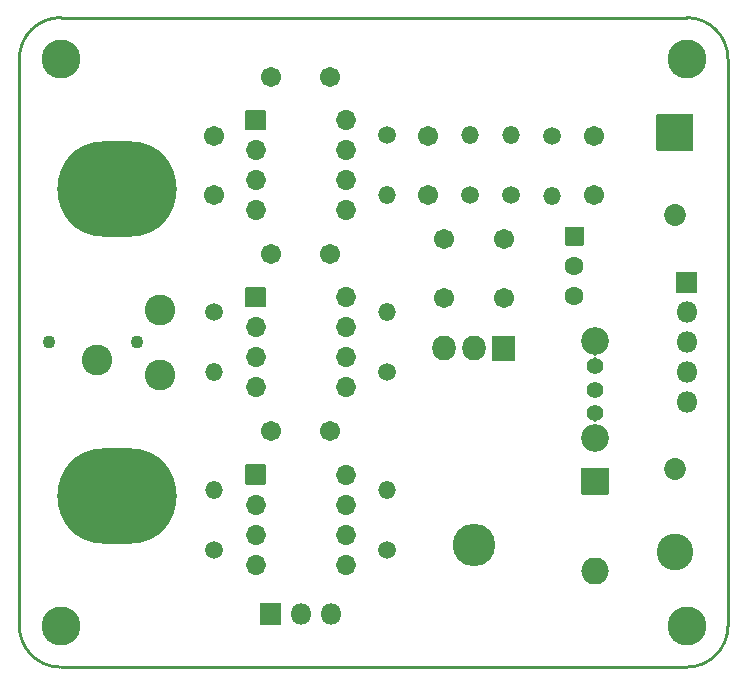
<source format=gbr>
G04 #@! TF.GenerationSoftware,KiCad,Pcbnew,(5.1.8)-1*
G04 #@! TF.CreationDate,2021-01-06T21:55:42-05:00*
G04 #@! TF.ProjectId,ECG_Amplifier,4543475f-416d-4706-9c69-666965722e6b,rev?*
G04 #@! TF.SameCoordinates,Original*
G04 #@! TF.FileFunction,Soldermask,Top*
G04 #@! TF.FilePolarity,Negative*
%FSLAX46Y46*%
G04 Gerber Fmt 4.6, Leading zero omitted, Abs format (unit mm)*
G04 Created by KiCad (PCBNEW (5.1.8)-1) date 2021-01-06 21:55:42*
%MOMM*%
%LPD*%
G01*
G04 APERTURE LIST*
G04 #@! TA.AperFunction,Profile*
%ADD10C,0.254000*%
G04 #@! TD*
%ADD11C,1.602000*%
%ADD12O,10.102000X8.102000*%
%ADD13C,1.402000*%
%ADD14C,2.352000*%
%ADD15C,3.302000*%
%ADD16C,2.602000*%
%ADD17C,1.102000*%
%ADD18O,1.802000X1.802000*%
%ADD19C,1.852000*%
%ADD20C,3.102000*%
%ADD21O,2.007000X2.102000*%
%ADD22O,3.602000X3.602000*%
%ADD23O,1.702000X1.702000*%
%ADD24O,1.502000X1.502000*%
%ADD25C,1.502000*%
%ADD26C,1.702000*%
%ADD27O,2.302000X2.302000*%
%ADD28C,0.150000*%
G04 APERTURE END LIST*
D10*
X126500000Y-127500000D02*
G75*
G03*
X130000000Y-124000000I0J3500000D01*
G01*
X130000000Y-76000000D02*
G75*
G03*
X126500000Y-72500000I-3500000J0D01*
G01*
X70000000Y-124000000D02*
G75*
G03*
X73500000Y-127500000I3500000J0D01*
G01*
X73500000Y-72500000D02*
G75*
G03*
X70000000Y-76000000I0J-3500000D01*
G01*
X70000000Y-76000000D02*
X70000000Y-124000000D01*
X130000000Y-76000000D02*
X130000000Y-124000000D01*
X73500000Y-127500000D02*
X126500000Y-127500000D01*
X73500000Y-72500000D02*
X126500000Y-72500000D01*
X126500000Y-127500000D02*
G75*
G03*
X130000000Y-124000000I0J3500000D01*
G01*
X130000000Y-76000000D02*
G75*
G03*
X126500000Y-72500000I-3500000J0D01*
G01*
X70000000Y-124000000D02*
G75*
G03*
X73500000Y-127500000I3500000J0D01*
G01*
X73500000Y-72500000D02*
G75*
G03*
X70000000Y-76000000I0J-3500000D01*
G01*
X70000000Y-76000000D02*
X70000000Y-124000000D01*
X130000000Y-76000000D02*
X130000000Y-124000000D01*
X73500000Y-127500000D02*
X126500000Y-127500000D01*
X73500000Y-72500000D02*
X126500000Y-72500000D01*
G36*
G01*
X116250000Y-90199000D02*
X117750000Y-90199000D01*
G75*
G02*
X117801000Y-90250000I0J-51000D01*
G01*
X117801000Y-91750000D01*
G75*
G02*
X117750000Y-91801000I-51000J0D01*
G01*
X116250000Y-91801000D01*
G75*
G02*
X116199000Y-91750000I0J51000D01*
G01*
X116199000Y-90250000D01*
G75*
G02*
X116250000Y-90199000I51000J0D01*
G01*
G37*
D11*
X117000000Y-96080000D03*
X117000000Y-93540000D03*
D12*
X78250000Y-87000000D03*
X78250000Y-113000000D03*
D13*
X118750000Y-104000000D03*
D14*
X118750000Y-99900000D03*
X118750000Y-108100000D03*
D13*
X118750000Y-106000000D03*
X118750000Y-102000000D03*
D15*
X126500000Y-124000000D03*
X73500000Y-124000000D03*
X126500000Y-76000000D03*
X73500000Y-76000000D03*
D16*
X81900000Y-102750000D03*
X81900000Y-97250000D03*
X76600000Y-101500000D03*
D17*
X80000000Y-100000000D03*
X72500000Y-100000000D03*
D18*
X126500000Y-105080000D03*
X126500000Y-102540000D03*
X126500000Y-100000000D03*
X126500000Y-97460000D03*
G36*
G01*
X125599000Y-95770000D02*
X125599000Y-94070000D01*
G75*
G02*
X125650000Y-94019000I51000J0D01*
G01*
X127350000Y-94019000D01*
G75*
G02*
X127401000Y-94070000I0J-51000D01*
G01*
X127401000Y-95770000D01*
G75*
G02*
X127350000Y-95821000I-51000J0D01*
G01*
X125650000Y-95821000D01*
G75*
G02*
X125599000Y-95770000I0J51000D01*
G01*
G37*
D19*
X125500000Y-110750000D03*
D20*
X125500000Y-117750000D03*
D19*
X125500000Y-89250000D03*
G36*
G01*
X127000000Y-83801000D02*
X124000000Y-83801000D01*
G75*
G02*
X123949000Y-83750000I0J51000D01*
G01*
X123949000Y-80750000D01*
G75*
G02*
X124000000Y-80699000I51000J0D01*
G01*
X127000000Y-80699000D01*
G75*
G02*
X127051000Y-80750000I0J-51000D01*
G01*
X127051000Y-83750000D01*
G75*
G02*
X127000000Y-83801000I-51000J0D01*
G01*
G37*
D21*
X105920000Y-100500000D03*
X108460000Y-100500000D03*
G36*
G01*
X112003500Y-99500000D02*
X112003500Y-101500000D01*
G75*
G02*
X111952500Y-101551000I-51000J0D01*
G01*
X110047500Y-101551000D01*
G75*
G02*
X109996500Y-101500000I0J51000D01*
G01*
X109996500Y-99500000D01*
G75*
G02*
X110047500Y-99449000I51000J0D01*
G01*
X111952500Y-99449000D01*
G75*
G02*
X112003500Y-99500000I0J-51000D01*
G01*
G37*
D22*
X108460000Y-117160000D03*
D23*
X97620000Y-81190000D03*
X90000000Y-88810000D03*
X97620000Y-83730000D03*
X90000000Y-86270000D03*
X97620000Y-86270000D03*
X90000000Y-83730000D03*
X97620000Y-88810000D03*
G36*
G01*
X89149000Y-81990000D02*
X89149000Y-80390000D01*
G75*
G02*
X89200000Y-80339000I51000J0D01*
G01*
X90800000Y-80339000D01*
G75*
G02*
X90851000Y-80390000I0J-51000D01*
G01*
X90851000Y-81990000D01*
G75*
G02*
X90800000Y-82041000I-51000J0D01*
G01*
X89200000Y-82041000D01*
G75*
G02*
X89149000Y-81990000I0J51000D01*
G01*
G37*
X97620000Y-96190000D03*
X90000000Y-103810000D03*
X97620000Y-98730000D03*
X90000000Y-101270000D03*
X97620000Y-101270000D03*
X90000000Y-98730000D03*
X97620000Y-103810000D03*
G36*
G01*
X89149000Y-96990000D02*
X89149000Y-95390000D01*
G75*
G02*
X89200000Y-95339000I51000J0D01*
G01*
X90800000Y-95339000D01*
G75*
G02*
X90851000Y-95390000I0J-51000D01*
G01*
X90851000Y-96990000D01*
G75*
G02*
X90800000Y-97041000I-51000J0D01*
G01*
X89200000Y-97041000D01*
G75*
G02*
X89149000Y-96990000I0J51000D01*
G01*
G37*
D24*
X101120000Y-87540000D03*
D25*
X101120000Y-82460000D03*
D23*
X97620000Y-111190000D03*
X90000000Y-118810000D03*
X97620000Y-113730000D03*
X90000000Y-116270000D03*
X97620000Y-116270000D03*
X90000000Y-113730000D03*
X97620000Y-118810000D03*
G36*
G01*
X89149000Y-111990000D02*
X89149000Y-110390000D01*
G75*
G02*
X89200000Y-110339000I51000J0D01*
G01*
X90800000Y-110339000D01*
G75*
G02*
X90851000Y-110390000I0J-51000D01*
G01*
X90851000Y-111990000D01*
G75*
G02*
X90800000Y-112041000I-51000J0D01*
G01*
X89200000Y-112041000D01*
G75*
G02*
X89149000Y-111990000I0J51000D01*
G01*
G37*
G36*
G01*
X92120000Y-123901000D02*
X90420000Y-123901000D01*
G75*
G02*
X90369000Y-123850000I0J51000D01*
G01*
X90369000Y-122150000D01*
G75*
G02*
X90420000Y-122099000I51000J0D01*
G01*
X92120000Y-122099000D01*
G75*
G02*
X92171000Y-122150000I0J-51000D01*
G01*
X92171000Y-123850000D01*
G75*
G02*
X92120000Y-123901000I-51000J0D01*
G01*
G37*
D18*
X93810000Y-123000000D03*
X96350000Y-123000000D03*
D24*
X86500000Y-112460000D03*
D25*
X86500000Y-117540000D03*
D24*
X101120000Y-112460000D03*
D25*
X101120000Y-117540000D03*
D24*
X101120000Y-97460000D03*
D25*
X101120000Y-102540000D03*
D24*
X86500000Y-102540000D03*
D25*
X86500000Y-97460000D03*
D26*
X91310000Y-107500000D03*
X96310000Y-107500000D03*
D24*
X115120000Y-87620000D03*
D25*
X115120000Y-82540000D03*
D24*
X108120000Y-82460000D03*
D25*
X108120000Y-87540000D03*
D24*
X111620000Y-82460000D03*
D25*
X111620000Y-87540000D03*
D27*
X118750000Y-119370000D03*
G36*
G01*
X117650000Y-110599000D02*
X119850000Y-110599000D01*
G75*
G02*
X119901000Y-110650000I0J-51000D01*
G01*
X119901000Y-112850000D01*
G75*
G02*
X119850000Y-112901000I-51000J0D01*
G01*
X117650000Y-112901000D01*
G75*
G02*
X117599000Y-112850000I0J51000D01*
G01*
X117599000Y-110650000D01*
G75*
G02*
X117650000Y-110599000I51000J0D01*
G01*
G37*
D26*
X105920000Y-91250000D03*
X105920000Y-96250000D03*
X111000000Y-91250000D03*
X111000000Y-96250000D03*
X118620000Y-87500000D03*
X118620000Y-82500000D03*
X91310000Y-77500000D03*
X96310000Y-77500000D03*
X104620000Y-82500000D03*
X104620000Y-87500000D03*
X86500000Y-87500000D03*
X86500000Y-82500000D03*
X91310000Y-92500000D03*
X96310000Y-92500000D03*
D28*
G36*
X118867605Y-106686878D02*
G01*
X118867995Y-106688840D01*
X118866682Y-106690111D01*
X118849294Y-106695386D01*
X118828031Y-106706751D01*
X118809394Y-106722046D01*
X118794098Y-106740683D01*
X118782733Y-106761946D01*
X118775733Y-106785021D01*
X118773370Y-106809012D01*
X118775733Y-106833004D01*
X118782733Y-106856079D01*
X118794098Y-106877342D01*
X118809393Y-106895979D01*
X118828030Y-106911275D01*
X118849293Y-106922640D01*
X118866683Y-106927915D01*
X118868050Y-106929375D01*
X118867469Y-106931289D01*
X118865712Y-106931791D01*
X118865069Y-106931663D01*
X118634931Y-106931663D01*
X118634287Y-106931791D01*
X118632393Y-106931148D01*
X118632003Y-106929186D01*
X118633316Y-106927915D01*
X118650706Y-106922640D01*
X118671970Y-106911275D01*
X118690607Y-106895979D01*
X118705902Y-106877342D01*
X118717267Y-106856079D01*
X118724267Y-106833004D01*
X118726630Y-106809012D01*
X118724267Y-106785022D01*
X118717267Y-106761947D01*
X118705902Y-106740683D01*
X118690606Y-106722046D01*
X118671969Y-106706751D01*
X118650706Y-106695386D01*
X118633318Y-106690111D01*
X118631951Y-106688651D01*
X118632532Y-106686737D01*
X118634289Y-106686235D01*
X118681489Y-106695624D01*
X118818511Y-106695624D01*
X118865711Y-106686235D01*
X118867605Y-106686878D01*
G37*
G36*
X118867607Y-101068852D02*
G01*
X118867997Y-101070814D01*
X118866684Y-101072085D01*
X118849294Y-101077360D01*
X118828030Y-101088725D01*
X118809393Y-101104021D01*
X118794098Y-101122658D01*
X118782733Y-101143921D01*
X118775733Y-101166996D01*
X118773370Y-101190987D01*
X118775733Y-101214978D01*
X118782733Y-101238053D01*
X118794098Y-101259317D01*
X118809394Y-101277954D01*
X118828031Y-101293249D01*
X118849294Y-101304614D01*
X118866682Y-101309889D01*
X118868049Y-101311349D01*
X118867468Y-101313263D01*
X118865711Y-101313765D01*
X118818511Y-101304376D01*
X118681489Y-101304376D01*
X118634289Y-101313765D01*
X118632395Y-101313122D01*
X118632005Y-101311160D01*
X118633318Y-101309889D01*
X118650706Y-101304614D01*
X118671969Y-101293249D01*
X118690606Y-101277954D01*
X118705902Y-101259317D01*
X118717267Y-101238054D01*
X118724267Y-101214979D01*
X118726630Y-101190987D01*
X118724267Y-101166996D01*
X118717267Y-101143921D01*
X118705902Y-101122658D01*
X118690607Y-101104021D01*
X118671970Y-101088725D01*
X118650707Y-101077360D01*
X118633317Y-101072085D01*
X118631950Y-101070625D01*
X118632531Y-101068711D01*
X118634288Y-101068209D01*
X118634931Y-101068337D01*
X118865069Y-101068337D01*
X118865713Y-101068209D01*
X118867607Y-101068852D01*
G37*
M02*

</source>
